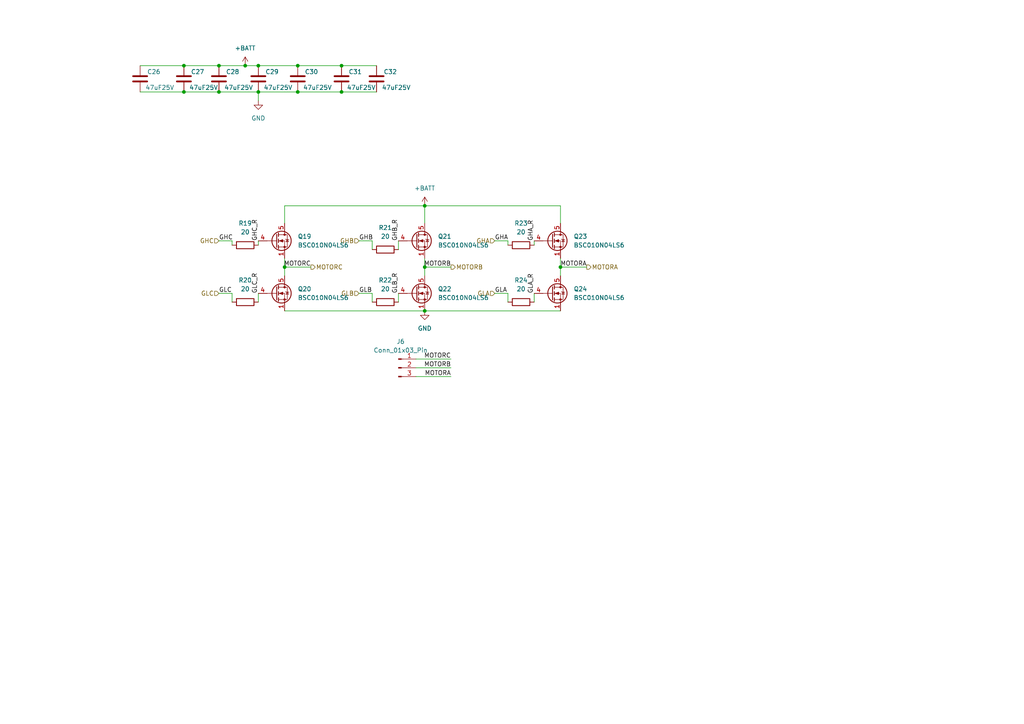
<source format=kicad_sch>
(kicad_sch (version 20250114) (generator "eeschema") (generator_version "9.0")
  (paper "A4")
  (lib_symbols
    (symbol "Connector:Conn_01x03_Pin" (pin_names (offset 1.016) (hide yes))
      (property "Reference" "J" (at 0 5.08 0))
      (property "Value" "Conn_01x03_Pin" (at 0 -5.08 0))
      (symbol "Conn_01x03_Pin_1_1"
        (rectangle (start 0.8636 2.667) (end 0 2.413) (stroke (width 0.1524)) (fill (type outline)))
        (rectangle (start 0.8636 0.127) (end 0 -0.127) (stroke (width 0.1524)) (fill (type outline)))
        (rectangle (start 0.8636 -2.413) (end 0 -2.667) (stroke (width 0.1524)) (fill (type outline)))
        (polyline (pts (xy 1.27 2.54) (xy 0.8636 2.54)) (stroke (width 0.1524)))
        (polyline (pts (xy 1.27 0) (xy 0.8636 0)) (stroke (width 0.1524)))
        (polyline (pts (xy 1.27 -2.54) (xy 0.8636 -2.54)) (stroke (width 0.1524)))
        (pin passive line (at 5.08 2.54 180) (length 3.81) (name "Pin_1") (number "1"))
        (pin passive line (at 5.08 0 180) (length 3.81) (name "Pin_2") (number "2"))
        (pin passive line (at 5.08 -2.54 180) (length 3.81) (name "Pin_3") (number "3"))
      )
    )
    (symbol "Device:C" (pin_numbers (hide yes)) (pin_names (offset 0.254))
      (property "Reference" "C" (at 0.635 2.54 0))
      (property "Value" "C" (at 0.635 -2.54 0))
      (symbol "C_0_1"
        (polyline (pts (xy -2.032 0.762) (xy 2.032 0.762)) (stroke (width 0.508)))
        (polyline (pts (xy -2.032 -0.762) (xy 2.032 -0.762)) (stroke (width 0.508)))
      )
      (symbol "C_1_1"
        (pin passive line (at 0 3.81 270) (length 2.794) (name "~") (number "1"))
        (pin passive line (at 0 -3.81 90) (length 2.794) (name "~") (number "2"))
      )
    )
    (symbol "Device:R" (pin_numbers (hide yes)) (pin_names (offset 0))
      (property "Reference" "R" (at 2.032 0 90))
      (property "Value" "R" (at 0 0 90))
      (symbol "R_0_1"
        (rectangle (start -1.016 -2.54) (end 1.016 2.54) (stroke (width 0.254)))
      )
      (symbol "R_1_1"
        (pin passive line (at 0 3.81 270) (length 1.27) (name "~") (number "1"))
        (pin passive line (at 0 -3.81 90) (length 1.27) (name "~") (number "2"))
      )
    )
    (symbol "custom:N-MOSFET" (pin_names (hide yes))
      (property "Reference" "Q1" (at 6.35 1.2701 0))
      (property "Value" "BSC010N04LS6" (at 6.35 -1.2699 0))
      (symbol "N-MOSFET_0_1"
        (polyline (pts (xy 0.254 1.905) (xy 0.254 -1.905)) (stroke (width 0.254)))
        (polyline (pts (xy 0.254 0) (xy -2.54 0)))
        (polyline (pts (xy 0.762 2.286) (xy 0.762 1.27)) (stroke (width 0.254)))
        (polyline (pts (xy 0.762 0.508) (xy 0.762 -0.508)) (stroke (width 0.254)))
        (polyline (pts (xy 0.762 -1.27) (xy 0.762 -2.286)) (stroke (width 0.254)))
        (polyline (pts (xy 0.762 -1.778) (xy 3.302 -1.778) (xy 3.302 1.778) (xy 0.762 1.778)))
        (polyline (pts (xy 1.016 0) (xy 2.032 0.381) (xy 2.032 -0.381) (xy 1.016 0)) (fill (type outline)))
        (circle (center 1.651 0) (radius 2.794) (stroke (width 0.254)))
        (polyline (pts (xy 2.54 2.54) (xy 2.54 1.778)))
        (circle (center 2.54 1.778) (radius 0.254) (fill (type outline)))
        (circle (center 2.54 -1.778) (radius 0.254) (fill (type outline)))
        (polyline (pts (xy 2.54 -2.54) (xy 2.54 0) (xy 0.762 0)))
        (polyline (pts (xy 2.794 0.508) (xy 2.921 0.381) (xy 3.683 0.381) (xy 3.81 0.254)))
        (polyline (pts (xy 3.302 0.381) (xy 2.921 -0.254) (xy 3.683 -0.254) (xy 3.302 0.381)))
      )
      (symbol "N-MOSFET_1_1"
        (pin passive line (at -5.08 0 0) (length 2.54) (name "G") (number "4"))
        (pin passive line (at 2.54 5.08 270) (length 2.54) (name "D") (number "5"))
        (pin passive line (at 2.54 -5.08 90) (length 2.54) (name "S") (number "1"))
      )
    )
    (symbol "power:+BATT" (power) (pin_numbers (hide yes)) (pin_names (offset 0) (hide yes))
      (property "Value" "+BATT" (at 0 3.556 0))
      (symbol "+BATT_0_1"
        (polyline (pts (xy -0.762 1.27) (xy 0 2.54)))
        (polyline (pts (xy 0 2.54) (xy 0.762 1.27)))
        (polyline (pts (xy 0 0) (xy 0 2.54)))
      )
      (symbol "+BATT_1_1"
        (pin power_in line (at 0 0 90) (length 0) (name "~") (number "1"))
      )
    )
    (symbol "power:GND" (power) (pin_numbers (hide yes)) (pin_names (offset 0) (hide yes))
      (property "Value" "GND" (at 0 -3.81 0))
      (symbol "GND_0_1"
        (polyline (pts (xy 0 0) (xy 0 -1.27) (xy 1.27 -1.27) (xy 0 -2.54) (xy -1.27 -1.27) (xy 0 -1.27)))
      )
      (symbol "GND_1_1"
        (pin power_in line (at 0 0 270) (length 0) (name "~") (number "1"))
      )
    )
  )
  (junction (at 74.93 26.67))
  (junction (at 86.36 19.05))
  (junction (at 82.55 77.47))
  (junction (at 71.12 19.05))
  (junction (at 63.5 26.67))
  (junction (at 99.06 26.67))
  (junction (at 123.19 90.17))
  (junction (at 53.34 26.67))
  (junction (at 63.5 19.05))
  (junction (at 53.34 19.05))
  (junction (at 123.19 77.47))
  (junction (at 99.06 19.05))
  (junction (at 123.19 59.69))
  (junction (at 86.36 26.67))
  (junction (at 74.93 19.05))
  (junction (at 162.56 77.47))
  (wire (pts (xy 86.36 19.05) (xy 99.06 19.05)))
  (wire (pts (xy 82.55 74.93) (xy 82.55 77.47)))
  (wire (pts (xy 67.31 85.09) (xy 67.31 87.63)))
  (wire (pts (xy 147.32 69.85) (xy 147.32 71.12)))
  (wire (pts (xy 99.06 26.67) (xy 109.22 26.67)))
  (wire (pts (xy 120.65 109.22) (xy 130.81 109.22)))
  (wire (pts (xy 63.5 69.85) (xy 67.31 69.85)))
  (wire (pts (xy 162.56 59.69) (xy 123.19 59.69)))
  (wire (pts (xy 82.55 77.47) (xy 82.55 80.01)))
  (wire (pts (xy 162.56 64.77) (xy 162.56 59.69)))
  (wire (pts (xy 123.19 77.47) (xy 123.19 80.01)))
  (wire (pts (xy 120.65 106.68) (xy 130.81 106.68)))
  (wire (pts (xy 40.64 26.67) (xy 53.34 26.67)))
  (wire (pts (xy 82.55 59.69) (xy 82.55 64.77)))
  (wire (pts (xy 82.55 90.17) (xy 123.19 90.17)))
  (wire (pts (xy 63.5 85.09) (xy 67.31 85.09)))
  (wire (pts (xy 162.56 74.93) (xy 162.56 77.47)))
  (wire (pts (xy 123.19 74.93) (xy 123.19 77.47)))
  (wire (pts (xy 71.12 19.05) (xy 74.93 19.05)))
  (wire (pts (xy 162.56 77.47) (xy 170.18 77.47)))
  (wire (pts (xy 143.51 85.09) (xy 147.32 85.09)))
  (wire (pts (xy 53.34 26.67) (xy 63.5 26.67)))
  (wire (pts (xy 123.19 59.69) (xy 123.19 64.77)))
  (wire (pts (xy 74.93 26.67) (xy 86.36 26.67)))
  (wire (pts (xy 107.95 69.85) (xy 107.95 72.39)))
  (wire (pts (xy 63.5 26.67) (xy 74.93 26.67)))
  (wire (pts (xy 74.93 85.09) (xy 74.93 87.63)))
  (wire (pts (xy 154.94 85.09) (xy 154.94 87.63)))
  (wire (pts (xy 123.19 59.69) (xy 82.55 59.69)))
  (wire (pts (xy 82.55 77.47) (xy 90.17 77.47)))
  (wire (pts (xy 147.32 85.09) (xy 147.32 87.63)))
  (wire (pts (xy 67.31 69.85) (xy 67.31 71.12)))
  (wire (pts (xy 63.5 19.05) (xy 71.12 19.05)))
  (wire (pts (xy 99.06 19.05) (xy 109.22 19.05)))
  (wire (pts (xy 107.95 85.09) (xy 107.95 87.63)))
  (wire (pts (xy 74.93 69.85) (xy 74.93 71.12)))
  (wire (pts (xy 123.19 77.47) (xy 130.81 77.47)))
  (wire (pts (xy 104.14 69.85) (xy 107.95 69.85)))
  (wire (pts (xy 115.57 85.09) (xy 115.57 87.63)))
  (wire (pts (xy 162.56 77.47) (xy 162.56 80.01)))
  (wire (pts (xy 74.93 26.67) (xy 74.93 29.21)))
  (wire (pts (xy 53.34 19.05) (xy 63.5 19.05)))
  (wire (pts (xy 40.64 19.05) (xy 53.34 19.05)))
  (wire (pts (xy 115.57 69.85) (xy 115.57 72.39)))
  (wire (pts (xy 86.36 26.67) (xy 99.06 26.67)))
  (wire (pts (xy 74.93 19.05) (xy 86.36 19.05)))
  (wire (pts (xy 154.94 69.85) (xy 154.94 71.12)))
  (wire (pts (xy 123.19 90.17) (xy 162.56 90.17)))
  (wire (pts (xy 143.51 69.85) (xy 147.32 69.85)))
  (wire (pts (xy 120.65 104.14) (xy 130.81 104.14)))
  (wire (pts (xy 104.14 85.09) (xy 107.95 85.09)))
  (label "GHA" (at 143.51 69.85 0))
  (label "GLC" (at 63.5 85.09 0))
  (label "GHB" (at 104.14 69.85 0))
  (label "GLB" (at 104.14 85.09 0))
  (label "MOTORB" (at 130.81 77.47 180))
  (label "GLA_R" (at 154.94 85.09 90))
  (label "MOTORA" (at 170.18 77.47 180))
  (label "GLA" (at 143.51 85.09 0))
  (label "MOTORC" (at 90.17 77.47 180))
  (label "GHC" (at 63.5 69.85 0))
  (label "GHA_R" (at 154.94 69.85 90))
  (label "GLC_R" (at 74.93 85.09 90))
  (label "MOTORA" (at 130.81 109.22 180))
  (label "MOTORB" (at 130.81 106.68 180))
  (label "MOTORC" (at 130.81 104.14 180))
  (label "GHC_R" (at 74.93 69.85 90))
  (label "GHB_R" (at 115.57 69.85 90))
  (label "GLB_R" (at 115.57 85.09 90))
  (hierarchical_label "MOTORB" (shape output) (at 130.81 77.47 0))
  (hierarchical_label "GLB" (shape input) (at 104.14 85.09 180))
  (hierarchical_label "GHB" (shape input) (at 104.14 69.85 180))
  (hierarchical_label "MOTORA" (shape output) (at 170.18 77.47 0))
  (hierarchical_label "GLC" (shape input) (at 63.5 85.09 180))
  (hierarchical_label "GHA" (shape input) (at 143.51 69.85 180))
  (hierarchical_label "MOTORC" (shape output) (at 90.17 77.47 0))
  (hierarchical_label "GHC" (shape input) (at 63.5 69.85 180))
  (hierarchical_label "GLA" (shape input) (at 143.51 85.09 180))
  (symbol (lib_id "power:GND") (at 123.19 90.17 0) (unit 1)
    (property "Reference" "#PWR015" (effects (hide yes)))
    (property "Value" "GND" (at 123.19 95.25 0))
    (property "Description" "Power symbol creates a global label with name \"GND\" , ground" (effects (hide yes)))
    (instances (project "power_board" (path "" (reference "#PWR039") (unit 1)) (path "" (reference "#PWR035") (unit 1)) (path "" (reference "#PWR028") (unit 1)) (path "" (reference "#PWR015") (unit 1))))
  )
  (symbol (lib_id "Device:R") (at 71.12 71.12 90) (unit 1)
    (property "Reference" "R12" (at 71.12 64.77 90))
    (property "Value" "20" (at 71.12 67.31 90))
    (property "Footprint" "Resistor_SMD:R_0402_1005Metric" (effects (hide yes)))
    (property "Description" "Resistor" (effects (hide yes)))
    (instances (project "power_board" (path "" (reference "R19") (unit 1)) (path "" (reference "R7") (unit 1)) (path "" (reference "R1") (unit 1)) (path "" (reference "R12") (unit 1))))
  )
  (symbol (lib_id "Device:C") (at 109.22 22.86 0) (unit 1)
    (property "Reference" "C7" (at 111.252 20.828 0) (effects (justify left)))
    (property "Value" "47uF25V" (at 110.744 25.4 0) (effects (justify left)))
    (property "Footprint" "Capacitor_SMD:C_1206_3216Metric" (effects (hide yes)))
    (property "Description" "Unpolarized capacitor" (effects (hide yes)))
    (instances (project "power_board" (path "" (reference "C32") (unit 1)) (path "" (reference "C25") (unit 1)) (path "" (reference "C18") (unit 1)) (path "" (reference "C7") (unit 1))))
  )
  (symbol (lib_id "Device:R") (at 71.12 87.63 90) (unit 1)
    (property "Reference" "R13" (at 71.12 81.28 90))
    (property "Value" "20" (at 71.12 83.82 90))
    (property "Footprint" "Resistor_SMD:R_0402_1005Metric" (effects (hide yes)))
    (property "Description" "Resistor" (effects (hide yes)))
    (instances (project "power_board" (path "" (reference "R20") (unit 1)) (path "" (reference "R8") (unit 1)) (path "" (reference "R2") (unit 1)) (path "" (reference "R13") (unit 1))))
  )
  (symbol (lib_id "custom:N-MOSFET") (at 80.01 69.85 0) (unit 1)
    (property "Reference" "Q1" (at 86.36 68.5799 0) (effects (justify left)))
    (property "Value" "BSC010N04LS6" (at 86.36 71.1199 0) (effects (justify left)))
    (property "Footprint" "Custom:InfineonTdson8FL" (effects (hide yes)))
    (property "Datasheet" "https://assets.nexperia.com/documents/data-sheet/PSMN5R2-60YL.pdf" (effects (hide yes)))
    (property "Description" "100A, 60V Vds, N-Channel MOSFET, 5.2mOhm Ron, LFPAK56" (effects (hide yes)))
    (instances (project "power_board" (path "" (reference "Q19") (unit 1)) (path "" (reference "Q13") (unit 1)) (path "" (reference "Q7") (unit 1)) (path "" (reference "Q1") (unit 1))))
  )
  (symbol (lib_id "custom:N-MOSFET") (at 120.65 85.09 0) (unit 1)
    (property "Reference" "Q4" (at 127 83.8199 0) (effects (justify left)))
    (property "Value" "BSC010N04LS6" (at 127 86.3599 0) (effects (justify left)))
    (property "Footprint" "Custom:InfineonTdson8FL" (effects (hide yes)))
    (property "Datasheet" "https://assets.nexperia.com/documents/data-sheet/PSMN5R2-60YL.pdf" (effects (hide yes)))
    (property "Description" "100A, 60V Vds, N-Channel MOSFET, 5.2mOhm Ron, LFPAK56" (effects (hide yes)))
    (instances (project "power_board" (path "" (reference "Q22") (unit 1)) (path "" (reference "Q16") (unit 1)) (path "" (reference "Q10") (unit 1)) (path "" (reference "Q4") (unit 1))))
  )
  (symbol (lib_id "custom:N-MOSFET") (at 80.01 85.09 0) (unit 1)
    (property "Reference" "Q2" (at 86.36 83.8199 0) (effects (justify left)))
    (property "Value" "BSC010N04LS6" (at 86.36 86.3599 0) (effects (justify left)))
    (property "Footprint" "Custom:InfineonTdson8FL" (effects (hide yes)))
    (property "Datasheet" "https://assets.nexperia.com/documents/data-sheet/PSMN5R2-60YL.pdf" (effects (hide yes)))
    (property "Description" "100A, 60V Vds, N-Channel MOSFET, 5.2mOhm Ron, LFPAK56" (effects (hide yes)))
    (instances (project "power_board" (path "" (reference "Q20") (unit 1)) (path "" (reference "Q14") (unit 1)) (path "" (reference "Q8") (unit 1)) (path "" (reference "Q2") (unit 1))))
  )
  (symbol (lib_id "Device:C") (at 63.5 22.86 0) (unit 1)
    (property "Reference" "C3" (at 65.532 20.828 0) (effects (justify left)))
    (property "Value" "47uF25V" (at 65.024 25.4 0) (effects (justify left)))
    (property "Footprint" "Capacitor_SMD:C_1206_3216Metric" (effects (hide yes)))
    (property "Description" "Unpolarized capacitor" (effects (hide yes)))
    (instances (project "power_board" (path "" (reference "C28") (unit 1)) (path "" (reference "C21") (unit 1)) (path "" (reference "C14") (unit 1)) (path "" (reference "C3") (unit 1))))
  )
  (symbol (lib_id "Device:C") (at 86.36 22.86 0) (unit 1)
    (property "Reference" "C5" (at 88.392 20.828 0) (effects (justify left)))
    (property "Value" "47uF25V" (at 87.884 25.4 0) (effects (justify left)))
    (property "Footprint" "Capacitor_SMD:C_1206_3216Metric" (effects (hide yes)))
    (property "Description" "Unpolarized capacitor" (effects (hide yes)))
    (instances (project "power_board" (path "" (reference "C30") (unit 1)) (path "" (reference "C23") (unit 1)) (path "" (reference "C16") (unit 1)) (path "" (reference "C5") (unit 1))))
  )
  (symbol (lib_id "Connector:Conn_01x03_Pin") (at 115.57 106.68 0) (unit 1)
    (property "Reference" "J10" (at 116.205 99.06 0))
    (property "Value" "Conn_01x03_Pin" (at 116.205 101.6 0))
    (property "Footprint" "Custom:EscMotorConnector" (effects (hide yes)))
    (property "Description" "Generic connector, single row, 01x03, script generated" (effects (hide yes)))
    (instances (project "power_board" (path "" (reference "J6") (unit 1)) (path "" (reference "J5") (unit 1)) (path "" (reference "J4") (unit 1)) (path "" (reference "J10") (unit 1))))
  )
  (symbol (lib_id "Device:C") (at 99.06 22.86 0) (unit 1)
    (property "Reference" "C6" (at 101.092 20.828 0) (effects (justify left)))
    (property "Value" "47uF25V" (at 100.584 25.4 0) (effects (justify left)))
    (property "Footprint" "Capacitor_SMD:C_1206_3216Metric" (effects (hide yes)))
    (property "Description" "Unpolarized capacitor" (effects (hide yes)))
    (instances (project "power_board" (path "" (reference "C31") (unit 1)) (path "" (reference "C24") (unit 1)) (path "" (reference "C17") (unit 1)) (path "" (reference "C6") (unit 1))))
  )
  (symbol (lib_id "power:+BATT") (at 123.19 59.69 0) (unit 1)
    (property "Reference" "#PWR014" (effects (hide yes)))
    (property "Value" "+BATT" (at 123.19 54.61 0))
    (property "Description" "Power symbol creates a global label with name \"+BATT\"" (effects (hide yes)))
    (instances (project "power_board" (path "" (reference "#PWR038") (unit 1)) (path "" (reference "#PWR034") (unit 1)) (path "" (reference "#PWR027") (unit 1)) (path "" (reference "#PWR014") (unit 1))))
  )
  (symbol (lib_id "Device:C") (at 74.93 22.86 0) (unit 1)
    (property "Reference" "C4" (at 76.962 20.828 0) (effects (justify left)))
    (property "Value" "47uF25V" (at 76.454 25.4 0) (effects (justify left)))
    (property "Footprint" "Capacitor_SMD:C_1206_3216Metric" (effects (hide yes)))
    (property "Description" "Unpolarized capacitor" (effects (hide yes)))
    (instances (project "power_board" (path "" (reference "C29") (unit 1)) (path "" (reference "C22") (unit 1)) (path "" (reference "C15") (unit 1)) (path "" (reference "C4") (unit 1))))
  )
  (symbol (lib_id "Device:R") (at 111.76 72.39 90) (unit 1)
    (property "Reference" "R14" (at 111.76 66.04 90))
    (property "Value" "20" (at 111.76 68.58 90))
    (property "Footprint" "Resistor_SMD:R_0402_1005Metric" (effects (hide yes)))
    (property "Description" "Resistor" (effects (hide yes)))
    (instances (project "power_board" (path "" (reference "R21") (unit 1)) (path "" (reference "R9") (unit 1)) (path "" (reference "R3") (unit 1)) (path "" (reference "R14") (unit 1))))
  )
  (symbol (lib_id "Device:R") (at 151.13 71.12 90) (unit 1)
    (property "Reference" "R16" (at 151.13 64.77 90))
    (property "Value" "20" (at 151.13 67.31 90))
    (property "Footprint" "Resistor_SMD:R_0402_1005Metric" (effects (hide yes)))
    (property "Description" "Resistor" (effects (hide yes)))
    (instances (project "power_board" (path "" (reference "R23") (unit 1)) (path "" (reference "R11") (unit 1)) (path "" (reference "R5") (unit 1)) (path "" (reference "R16") (unit 1))))
  )
  (symbol (lib_id "Device:R") (at 111.76 87.63 90) (unit 1)
    (property "Reference" "R15" (at 111.76 81.28 90))
    (property "Value" "20" (at 111.76 83.82 90))
    (property "Footprint" "Resistor_SMD:R_0402_1005Metric" (effects (hide yes)))
    (property "Description" "Resistor" (effects (hide yes)))
    (instances (project "power_board" (path "" (reference "R22") (unit 1)) (path "" (reference "R10") (unit 1)) (path "" (reference "R4") (unit 1)) (path "" (reference "R15") (unit 1))))
  )
  (symbol (lib_id "custom:N-MOSFET") (at 160.02 69.85 0) (unit 1)
    (property "Reference" "Q5" (at 166.37 68.5799 0) (effects (justify left)))
    (property "Value" "BSC010N04LS6" (at 166.37 71.1199 0) (effects (justify left)))
    (property "Footprint" "Custom:InfineonTdson8FL" (effects (hide yes)))
    (property "Datasheet" "https://assets.nexperia.com/documents/data-sheet/PSMN5R2-60YL.pdf" (effects (hide yes)))
    (property "Description" "100A, 60V Vds, N-Channel MOSFET, 5.2mOhm Ron, LFPAK56" (effects (hide yes)))
    (instances (project "power_board" (path "" (reference "Q23") (unit 1)) (path "" (reference "Q17") (unit 1)) (path "" (reference "Q11") (unit 1)) (path "" (reference "Q5") (unit 1))))
  )
  (symbol (lib_id "custom:N-MOSFET") (at 160.02 85.09 0) (unit 1)
    (property "Reference" "Q6" (at 166.37 83.8199 0) (effects (justify left)))
    (property "Value" "BSC010N04LS6" (at 166.37 86.3599 0) (effects (justify left)))
    (property "Footprint" "Custom:InfineonTdson8FL" (effects (hide yes)))
    (property "Datasheet" "https://assets.nexperia.com/documents/data-sheet/PSMN5R2-60YL.pdf" (effects (hide yes)))
    (property "Description" "100A, 60V Vds, N-Channel MOSFET, 5.2mOhm Ron, LFPAK56" (effects (hide yes)))
    (instances (project "power_board" (path "" (reference "Q24") (unit 1)) (path "" (reference "Q18") (unit 1)) (path "" (reference "Q12") (unit 1)) (path "" (reference "Q6") (unit 1))))
  )
  (symbol (lib_id "Device:C") (at 53.34 22.86 0) (unit 1)
    (property "Reference" "C2" (at 55.372 20.828 0) (effects (justify left)))
    (property "Value" "47uF25V" (at 54.864 25.4 0) (effects (justify left)))
    (property "Footprint" "Capacitor_SMD:C_1206_3216Metric" (effects (hide yes)))
    (property "Description" "Unpolarized capacitor" (effects (hide yes)))
    (instances (project "power_board" (path "" (reference "C27") (unit 1)) (path "" (reference "C20") (unit 1)) (path "" (reference "C13") (unit 1)) (path "" (reference "C2") (unit 1))))
  )
  (symbol (lib_id "Device:C") (at 40.64 22.86 0) (unit 1)
    (property "Reference" "C1" (at 42.672 20.828 0) (effects (justify left)))
    (property "Value" "47uF25V" (at 42.164 25.4 0) (effects (justify left)))
    (property "Footprint" "Capacitor_SMD:C_1206_3216Metric" (effects (hide yes)))
    (property "Description" "Unpolarized capacitor" (effects (hide yes)))
    (instances (project "power_board" (path "" (reference "C26") (unit 1)) (path "" (reference "C19") (unit 1)) (path "" (reference "C12") (unit 1)) (path "" (reference "C1") (unit 1))))
  )
  (symbol (lib_id "power:GND") (at 74.93 29.21 0) (unit 1)
    (property "Reference" "#PWR02" (effects (hide yes)))
    (property "Value" "GND" (at 74.93 34.29 0))
    (property "Description" "Power symbol creates a global label with name \"GND\" , ground" (effects (hide yes)))
    (instances (project "power_board" (path "" (reference "#PWR037") (unit 1)) (path "" (reference "#PWR033") (unit 1)) (path "" (reference "#PWR026") (unit 1)) (path "" (reference "#PWR02") (unit 1))))
  )
  (symbol (lib_id "Device:R") (at 151.13 87.63 90) (unit 1)
    (property "Reference" "R17" (at 151.13 81.28 90))
    (property "Value" "20" (at 151.13 83.82 90))
    (property "Footprint" "Resistor_SMD:R_0402_1005Metric" (effects (hide yes)))
    (property "Description" "Resistor" (effects (hide yes)))
    (instances (project "power_board" (path "" (reference "R24") (unit 1)) (path "" (reference "R18") (unit 1)) (path "" (reference "R6") (unit 1)) (path "" (reference "R17") (unit 1))))
  )
  (symbol (lib_id "custom:N-MOSFET") (at 120.65 69.85 0) (unit 1)
    (property "Reference" "Q3" (at 127 68.5799 0) (effects (justify left)))
    (property "Value" "BSC010N04LS6" (at 127 71.1199 0) (effects (justify left)))
    (property "Footprint" "Custom:InfineonTdson8FL" (effects (hide yes)))
    (property "Datasheet" "https://assets.nexperia.com/documents/data-sheet/PSMN5R2-60YL.pdf" (effects (hide yes)))
    (property "Description" "100A, 60V Vds, N-Channel MOSFET, 5.2mOhm Ron, LFPAK56" (effects (hide yes)))
    (instances (project "power_board" (path "" (reference "Q21") (unit 1)) (path "" (reference "Q15") (unit 1)) (path "" (reference "Q9") (unit 1)) (path "" (reference "Q3") (unit 1))))
  )
  (symbol (lib_id "power:+BATT") (at 71.12 19.05 0) (unit 1)
    (property "Reference" "#PWR01" (effects (hide yes)))
    (property "Value" "+BATT" (at 71.12 13.97 0))
    (property "Description" "Power symbol creates a global label with name \"+BATT\"" (effects (hide yes)))
    (instances (project "power_board" (path "" (reference "#PWR036") (unit 1)) (path "" (reference "#PWR032") (unit 1)) (path "" (reference "#PWR025") (unit 1)) (path "" (reference "#PWR01") (unit 1))))
  )
)
</source>
